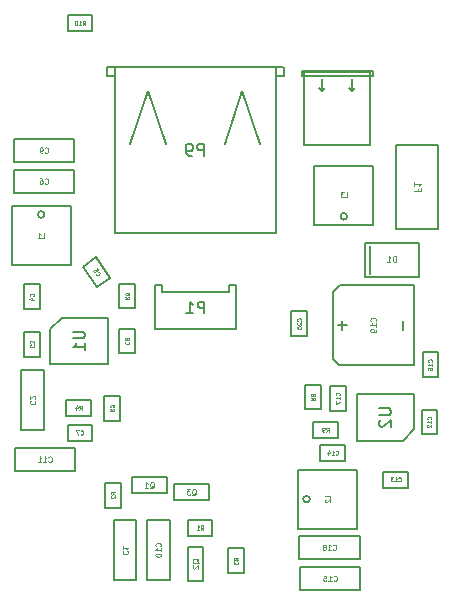
<source format=gbr>
G04 #@! TF.GenerationSoftware,KiCad,Pcbnew,(5.0.2)-1*
G04 #@! TF.CreationDate,2019-05-03T15:30:51-04:00*
G04 #@! TF.ProjectId,TrafMasterV1,54726166-4d61-4737-9465-7256312e6b69,V1*
G04 #@! TF.SameCoordinates,Original*
G04 #@! TF.FileFunction,Other,Fab,Bot*
%FSLAX46Y46*%
G04 Gerber Fmt 4.6, Leading zero omitted, Abs format (unit mm)*
G04 Created by KiCad (PCBNEW (5.0.2)-1) date 5/3/2019 3:30:51 PM*
%MOMM*%
%LPD*%
G01*
G04 APERTURE LIST*
%ADD10C,0.150000*%
%ADD11C,0.075000*%
%ADD12C,0.100000*%
%ADD13C,0.125000*%
%ADD14C,0.082500*%
G04 APERTURE END LIST*
D10*
G04 #@! TO.C,C14*
X46246760Y-53462560D02*
X44146760Y-53462560D01*
X46246760Y-54812560D02*
X44146760Y-54812560D01*
X46246760Y-54812560D02*
X46246760Y-53462560D01*
X44146760Y-54812560D02*
X44146760Y-53462560D01*
G04 #@! TO.C,U2*
X51104460Y-53085280D02*
X52104460Y-52085280D01*
X47204460Y-53085280D02*
X51104460Y-53085280D01*
X47204460Y-49185280D02*
X47204460Y-53085280D01*
X52104460Y-49185280D02*
X47204460Y-49185280D01*
X52104460Y-52085280D02*
X52104460Y-49185280D01*
G04 #@! TO.C,D1*
X48378500Y-36582500D02*
X48378500Y-38982500D01*
X47938500Y-36322500D02*
X52518500Y-36322500D01*
X47938500Y-39242500D02*
X52518500Y-39242500D01*
X47938500Y-36322500D02*
X47938500Y-39242500D01*
X52518500Y-36322500D02*
X52518500Y-39242500D01*
G04 #@! TO.C,C19*
X45841000Y-39907000D02*
X52041000Y-39907000D01*
X45741000Y-46707000D02*
X52041000Y-46707000D01*
X52041000Y-39907000D02*
X52041000Y-46707000D01*
X45241000Y-40507000D02*
X45241000Y-46207000D01*
X45841000Y-39907000D02*
X45241000Y-40507000D01*
X45241000Y-46207000D02*
X45741000Y-46707000D01*
G04 #@! TO.C,P9*
X41040700Y-21421900D02*
X41040700Y-22221900D01*
X40990700Y-22221900D02*
X40340700Y-22221900D01*
X26040700Y-21421900D02*
X26040700Y-22221900D01*
X26740700Y-22221900D02*
X26090700Y-22221900D01*
X40990700Y-21421900D02*
X26090700Y-21421900D01*
X37540700Y-23521900D02*
X36040700Y-28021900D01*
X37540700Y-23521900D02*
X39040700Y-28021900D01*
X29540700Y-23521900D02*
X31040700Y-28021900D01*
X29540700Y-23521900D02*
X28040700Y-28021900D01*
X26740700Y-35521900D02*
X40340700Y-35521900D01*
X40340700Y-35521900D02*
X40340700Y-21421900D01*
X26740700Y-35521900D02*
X26740700Y-21421900D01*
G04 #@! TO.C,C16*
X52786920Y-45614880D02*
X52786920Y-47714880D01*
X54136920Y-45614880D02*
X54136920Y-47714880D01*
X54136920Y-45614880D02*
X52786920Y-45614880D01*
X54136920Y-47714880D02*
X52786920Y-47714880D01*
G04 #@! TO.C,C13*
X49470600Y-57068080D02*
X51570600Y-57068080D01*
X49470600Y-55718080D02*
X51570600Y-55718080D01*
X49470600Y-55718080D02*
X49470600Y-57068080D01*
X51570600Y-55718080D02*
X51570600Y-57068080D01*
G04 #@! TO.C,C12*
X52705640Y-50474880D02*
X52705640Y-52574880D01*
X54055640Y-50474880D02*
X54055640Y-52574880D01*
X54055640Y-50474880D02*
X52705640Y-50474880D01*
X54055640Y-52574880D02*
X52705640Y-52574880D01*
G04 #@! TO.C,C17*
X44953560Y-48444440D02*
X44953560Y-50544440D01*
X46303560Y-48444440D02*
X46303560Y-50544440D01*
X46303560Y-48444440D02*
X44953560Y-48444440D01*
X46303560Y-50544440D02*
X44953560Y-50544440D01*
G04 #@! TO.C,R9*
X45621920Y-51506760D02*
X43521920Y-51506760D01*
X45621920Y-52856760D02*
X43521920Y-52856760D01*
X45621920Y-52856760D02*
X45621920Y-51506760D01*
X43521920Y-52856760D02*
X43521920Y-51506760D01*
G04 #@! TO.C,L2*
X43247803Y-58049160D02*
G75*
G03X43247803Y-58049160I-282843J0D01*
G01*
X42264960Y-60549160D02*
X42264960Y-55549160D01*
X47264960Y-60549160D02*
X42264960Y-60549160D01*
X47264960Y-55549160D02*
X47264960Y-60549160D01*
X42264960Y-55549160D02*
X47264960Y-55549160D01*
G04 #@! TO.C,R8*
X44185200Y-50458080D02*
X44185200Y-48358080D01*
X42835200Y-50458080D02*
X42835200Y-48358080D01*
X42835200Y-50458080D02*
X44185200Y-50458080D01*
X42835200Y-48358080D02*
X44185200Y-48358080D01*
G04 #@! TO.C,C18*
X47472440Y-63093640D02*
X42372440Y-63093640D01*
X42372440Y-63093640D02*
X42372440Y-61193640D01*
X42372440Y-61193640D02*
X47472440Y-61193640D01*
X47472440Y-61193640D02*
X47472440Y-63093640D01*
G04 #@! TO.C,C15*
X47513080Y-65714920D02*
X42413080Y-65714920D01*
X42413080Y-65714920D02*
X42413080Y-63814920D01*
X42413080Y-63814920D02*
X47513080Y-63814920D01*
X47513080Y-63814920D02*
X47513080Y-65714920D01*
G04 #@! TO.C,C11*
X18278000Y-53736200D02*
X23378000Y-53736200D01*
X23378000Y-53736200D02*
X23378000Y-55636200D01*
X23378000Y-55636200D02*
X18278000Y-55636200D01*
X18278000Y-55636200D02*
X18278000Y-53736200D01*
G04 #@! TO.C,U1*
X22286300Y-42677800D02*
X21286300Y-43677800D01*
X26186300Y-42677800D02*
X22286300Y-42677800D01*
X26186300Y-46577800D02*
X26186300Y-42677800D01*
X21286300Y-46577800D02*
X26186300Y-46577800D01*
X21286300Y-43677800D02*
X21286300Y-46577800D01*
G04 #@! TO.C,C5*
X26331663Y-39304466D02*
X25127152Y-37584246D01*
X25225808Y-40078794D02*
X24021297Y-38358574D01*
X25225808Y-40078794D02*
X26331663Y-39304466D01*
X24021297Y-38358574D02*
X25127152Y-37584246D01*
G04 #@! TO.C,R1*
X34994180Y-59794700D02*
X32894180Y-59794700D01*
X34994180Y-61144700D02*
X32894180Y-61144700D01*
X34994180Y-61144700D02*
X34994180Y-59794700D01*
X32894180Y-61144700D02*
X32894180Y-59794700D01*
G04 #@! TO.C,P1*
X30170800Y-39928000D02*
X30170800Y-43628000D01*
X30770800Y-39928000D02*
X30170800Y-39928000D01*
X30770800Y-40028000D02*
X30770800Y-39928000D01*
X30770800Y-40528000D02*
X30770800Y-40028000D01*
X36370800Y-40528000D02*
X30770800Y-40528000D01*
X36370800Y-39928000D02*
X36370800Y-40528000D01*
X36970800Y-39928000D02*
X36370800Y-39928000D01*
X36970800Y-43628000D02*
X36970800Y-39928000D01*
X36970800Y-43628000D02*
X30170800Y-43628000D01*
G04 #@! TO.C,C1*
X26644180Y-64924700D02*
X26644180Y-59824700D01*
X26644180Y-59824700D02*
X28544180Y-59824700D01*
X28544180Y-59824700D02*
X28544180Y-64924700D01*
X28544180Y-64924700D02*
X26644180Y-64924700D01*
G04 #@! TO.C,C2*
X18811200Y-52207000D02*
X18811200Y-47107000D01*
X18811200Y-47107000D02*
X20711200Y-47107000D01*
X20711200Y-47107000D02*
X20711200Y-52207000D01*
X20711200Y-52207000D02*
X18811200Y-52207000D01*
G04 #@! TO.C,Q1*
X31112120Y-56205360D02*
X31112120Y-57505360D01*
X31112120Y-57505360D02*
X28212120Y-57505360D01*
X28212120Y-56205360D02*
X28212120Y-57505360D01*
X31112120Y-56205360D02*
X28212120Y-56205360D01*
G04 #@! TO.C,Q2*
X34238580Y-64967700D02*
X32938580Y-64967700D01*
X32938580Y-64967700D02*
X32938580Y-62067700D01*
X34238580Y-62067700D02*
X32938580Y-62067700D01*
X34238580Y-64967700D02*
X34238580Y-62067700D01*
G04 #@! TO.C,Q3*
X34682980Y-56797100D02*
X34682980Y-58097100D01*
X34682980Y-58097100D02*
X31782980Y-58097100D01*
X31782980Y-56797100D02*
X31782980Y-58097100D01*
X34682980Y-56797100D02*
X31782980Y-56797100D01*
G04 #@! TO.C,R2*
X25923880Y-56663880D02*
X25923880Y-58763880D01*
X27273880Y-56663880D02*
X27273880Y-58763880D01*
X27273880Y-56663880D02*
X25923880Y-56663880D01*
X27273880Y-58763880D02*
X25923880Y-58763880D01*
G04 #@! TO.C,R3*
X36317180Y-62213700D02*
X36317180Y-64313700D01*
X37667180Y-62213700D02*
X37667180Y-64313700D01*
X37667180Y-62213700D02*
X36317180Y-62213700D01*
X37667180Y-64313700D02*
X36317180Y-64313700D01*
G04 #@! TO.C,P8*
X42554900Y-21793600D02*
X48554900Y-21793600D01*
X48554900Y-22243600D02*
X48554900Y-21793600D01*
X42554900Y-22243600D02*
X48554900Y-22243600D01*
X42554900Y-21793600D02*
X42554900Y-22243600D01*
X46804900Y-23493600D02*
X46554900Y-23243600D01*
X46804900Y-23493600D02*
X47054900Y-23243600D01*
X46804900Y-22493600D02*
X46804900Y-23493600D01*
X44304900Y-23493600D02*
X44554900Y-23243600D01*
X44304900Y-23493600D02*
X44054900Y-23243600D01*
X44304900Y-22493600D02*
X44304900Y-23493600D01*
X42784900Y-21893600D02*
X48324900Y-21893600D01*
X42784900Y-21893600D02*
X42784900Y-28093600D01*
X48324900Y-21893600D02*
X48324900Y-28093600D01*
X42784900Y-28093600D02*
X48324900Y-28093600D01*
G04 #@! TO.C,C6*
X18176400Y-30190400D02*
X23276400Y-30190400D01*
X23276400Y-30190400D02*
X23276400Y-32090400D01*
X23276400Y-32090400D02*
X18176400Y-32090400D01*
X18176400Y-32090400D02*
X18176400Y-30190400D01*
G04 #@! TO.C,C9*
X18176400Y-27574200D02*
X23276400Y-27574200D01*
X23276400Y-27574200D02*
X23276400Y-29474200D01*
X23276400Y-29474200D02*
X18176400Y-29474200D01*
X18176400Y-29474200D02*
X18176400Y-27574200D01*
G04 #@! TO.C,C10*
X31376280Y-59786600D02*
X31376280Y-64886600D01*
X31376280Y-64886600D02*
X29476280Y-64886600D01*
X29476280Y-64886600D02*
X29476280Y-59786600D01*
X29476280Y-59786600D02*
X31376280Y-59786600D01*
G04 #@! TO.C,L1*
X20780643Y-33947600D02*
G75*
G03X20780643Y-33947600I-282843J0D01*
G01*
X17997800Y-33247600D02*
X22997800Y-33247600D01*
X17997800Y-38247600D02*
X17997800Y-33247600D01*
X22997800Y-38247600D02*
X17997800Y-38247600D01*
X22997800Y-33247600D02*
X22997800Y-38247600D01*
G04 #@! TO.C,R4*
X24722800Y-49642400D02*
X22622800Y-49642400D01*
X24722800Y-50992400D02*
X22622800Y-50992400D01*
X24722800Y-50992400D02*
X24722800Y-49642400D01*
X22622800Y-50992400D02*
X22622800Y-49642400D01*
G04 #@! TO.C,R5*
X27192600Y-51392800D02*
X27192600Y-49292800D01*
X25842600Y-51392800D02*
X25842600Y-49292800D01*
X25842600Y-51392800D02*
X27192600Y-51392800D01*
X25842600Y-49292800D02*
X27192600Y-49292800D01*
G04 #@! TO.C,C3*
X20398100Y-45982600D02*
X20398100Y-43882600D01*
X19048100Y-45982600D02*
X19048100Y-43882600D01*
X19048100Y-45982600D02*
X20398100Y-45982600D01*
X19048100Y-43882600D02*
X20398100Y-43882600D01*
G04 #@! TO.C,C4*
X19035400Y-39869400D02*
X19035400Y-41969400D01*
X20385400Y-39869400D02*
X20385400Y-41969400D01*
X20385400Y-39869400D02*
X19035400Y-39869400D01*
X20385400Y-41969400D02*
X19035400Y-41969400D01*
G04 #@! TO.C,C7*
X22733000Y-53100600D02*
X24833000Y-53100600D01*
X22733000Y-51750600D02*
X24833000Y-51750600D01*
X22733000Y-51750600D02*
X22733000Y-53100600D01*
X24833000Y-51750600D02*
X24833000Y-53100600D01*
G04 #@! TO.C,C8*
X28437200Y-45703200D02*
X28437200Y-43603200D01*
X27087200Y-45703200D02*
X27087200Y-43603200D01*
X27087200Y-45703200D02*
X28437200Y-45703200D01*
X27087200Y-43603200D02*
X28437200Y-43603200D01*
G04 #@! TO.C,R6*
X28462600Y-41905900D02*
X28462600Y-39805900D01*
X27112600Y-41905900D02*
X27112600Y-39805900D01*
X27112600Y-41905900D02*
X28462600Y-41905900D01*
X27112600Y-39805900D02*
X28462600Y-39805900D01*
G04 #@! TO.C,F1*
X50578000Y-35150000D02*
X50578000Y-28050000D01*
X50578000Y-28050000D02*
X54128000Y-28050000D01*
X54128000Y-28050000D02*
X54128000Y-35150000D01*
X54128000Y-35150000D02*
X50578000Y-35150000D01*
G04 #@! TO.C,L3*
X46410843Y-34100000D02*
G75*
G03X46410843Y-34100000I-282843J0D01*
G01*
X48628000Y-34800000D02*
X43628000Y-34800000D01*
X48628000Y-29800000D02*
X48628000Y-34800000D01*
X43628000Y-29800000D02*
X48628000Y-29800000D01*
X43628000Y-34800000D02*
X43628000Y-29800000D01*
G04 #@! TO.C,R10*
X24844720Y-17049120D02*
X22744720Y-17049120D01*
X24844720Y-18399120D02*
X22744720Y-18399120D01*
X24844720Y-18399120D02*
X24844720Y-17049120D01*
X22744720Y-18399120D02*
X22744720Y-17049120D01*
G04 #@! TO.C,C20*
X41692200Y-42131560D02*
X41692200Y-44231560D01*
X43042200Y-42131560D02*
X43042200Y-44231560D01*
X43042200Y-42131560D02*
X41692200Y-42131560D01*
X43042200Y-44231560D02*
X41692200Y-44231560D01*
G04 #@! TD*
G04 #@! TO.C,C14*
D11*
X45421760Y-54262560D02*
X45438426Y-54279226D01*
X45488426Y-54295893D01*
X45521760Y-54295893D01*
X45571760Y-54279226D01*
X45605093Y-54245893D01*
X45621760Y-54212560D01*
X45638426Y-54145893D01*
X45638426Y-54095893D01*
X45621760Y-54029226D01*
X45605093Y-53995893D01*
X45571760Y-53962560D01*
X45521760Y-53945893D01*
X45488426Y-53945893D01*
X45438426Y-53962560D01*
X45421760Y-53979226D01*
X45088426Y-54295893D02*
X45288426Y-54295893D01*
X45188426Y-54295893D02*
X45188426Y-53945893D01*
X45221760Y-53995893D01*
X45255093Y-54029226D01*
X45288426Y-54045893D01*
X44788426Y-54062560D02*
X44788426Y-54295893D01*
X44871760Y-53929226D02*
X44955093Y-54179226D01*
X44738426Y-54179226D01*
G04 #@! TO.C,U2*
D10*
X49106840Y-50373375D02*
X49916364Y-50373375D01*
X50011602Y-50420994D01*
X50059221Y-50468613D01*
X50106840Y-50563851D01*
X50106840Y-50754327D01*
X50059221Y-50849565D01*
X50011602Y-50897184D01*
X49916364Y-50944803D01*
X49106840Y-50944803D01*
X49202079Y-51373375D02*
X49154460Y-51420994D01*
X49106840Y-51516232D01*
X49106840Y-51754327D01*
X49154460Y-51849565D01*
X49202079Y-51897184D01*
X49297317Y-51944803D01*
X49392555Y-51944803D01*
X49535412Y-51897184D01*
X50106840Y-51325756D01*
X50106840Y-51944803D01*
G04 #@! TO.C,D1*
D12*
X50547547Y-37958690D02*
X50547547Y-37458690D01*
X50428500Y-37458690D01*
X50357071Y-37482500D01*
X50309452Y-37530119D01*
X50285642Y-37577738D01*
X50261833Y-37672976D01*
X50261833Y-37744404D01*
X50285642Y-37839642D01*
X50309452Y-37887261D01*
X50357071Y-37934880D01*
X50428500Y-37958690D01*
X50547547Y-37958690D01*
X49785642Y-37958690D02*
X50071357Y-37958690D01*
X49928500Y-37958690D02*
X49928500Y-37458690D01*
X49976119Y-37530119D01*
X50023738Y-37577738D01*
X50071357Y-37601547D01*
G04 #@! TO.C,C19*
D10*
X51112428Y-42926047D02*
X51112428Y-43687952D01*
D13*
X48819571Y-42985571D02*
X48843380Y-42961761D01*
X48867190Y-42890333D01*
X48867190Y-42842714D01*
X48843380Y-42771285D01*
X48795761Y-42723666D01*
X48748142Y-42699857D01*
X48652904Y-42676047D01*
X48581476Y-42676047D01*
X48486238Y-42699857D01*
X48438619Y-42723666D01*
X48391000Y-42771285D01*
X48367190Y-42842714D01*
X48367190Y-42890333D01*
X48391000Y-42961761D01*
X48414809Y-42985571D01*
X48867190Y-43461761D02*
X48867190Y-43176047D01*
X48867190Y-43318904D02*
X48367190Y-43318904D01*
X48438619Y-43271285D01*
X48486238Y-43223666D01*
X48510047Y-43176047D01*
X48867190Y-43699857D02*
X48867190Y-43795095D01*
X48843380Y-43842714D01*
X48819571Y-43866523D01*
X48748142Y-43914142D01*
X48652904Y-43937952D01*
X48462428Y-43937952D01*
X48414809Y-43914142D01*
X48391000Y-43890333D01*
X48367190Y-43842714D01*
X48367190Y-43747476D01*
X48391000Y-43699857D01*
X48414809Y-43676047D01*
X48462428Y-43652238D01*
X48581476Y-43652238D01*
X48629095Y-43676047D01*
X48652904Y-43699857D01*
X48676714Y-43747476D01*
X48676714Y-43842714D01*
X48652904Y-43890333D01*
X48629095Y-43914142D01*
X48581476Y-43937952D01*
D10*
X46012428Y-42926047D02*
X46012428Y-43687952D01*
X46393380Y-43307000D02*
X45631476Y-43307000D01*
G04 #@! TO.C,P9*
X34278795Y-28974280D02*
X34278795Y-27974280D01*
X33897842Y-27974280D01*
X33802604Y-28021900D01*
X33754985Y-28069519D01*
X33707366Y-28164757D01*
X33707366Y-28307614D01*
X33754985Y-28402852D01*
X33802604Y-28450471D01*
X33897842Y-28498090D01*
X34278795Y-28498090D01*
X33231176Y-28974280D02*
X33040700Y-28974280D01*
X32945461Y-28926661D01*
X32897842Y-28879042D01*
X32802604Y-28736185D01*
X32754985Y-28545709D01*
X32754985Y-28164757D01*
X32802604Y-28069519D01*
X32850223Y-28021900D01*
X32945461Y-27974280D01*
X33135938Y-27974280D01*
X33231176Y-28021900D01*
X33278795Y-28069519D01*
X33326414Y-28164757D01*
X33326414Y-28402852D01*
X33278795Y-28498090D01*
X33231176Y-28545709D01*
X33135938Y-28593328D01*
X32945461Y-28593328D01*
X32850223Y-28545709D01*
X32802604Y-28498090D01*
X32754985Y-28402852D01*
G04 #@! TO.C,C16*
D11*
X53586920Y-46439880D02*
X53603586Y-46423213D01*
X53620253Y-46373213D01*
X53620253Y-46339880D01*
X53603586Y-46289880D01*
X53570253Y-46256546D01*
X53536920Y-46239880D01*
X53470253Y-46223213D01*
X53420253Y-46223213D01*
X53353586Y-46239880D01*
X53320253Y-46256546D01*
X53286920Y-46289880D01*
X53270253Y-46339880D01*
X53270253Y-46373213D01*
X53286920Y-46423213D01*
X53303586Y-46439880D01*
X53620253Y-46773213D02*
X53620253Y-46573213D01*
X53620253Y-46673213D02*
X53270253Y-46673213D01*
X53320253Y-46639880D01*
X53353586Y-46606546D01*
X53370253Y-46573213D01*
X53270253Y-47073213D02*
X53270253Y-47006546D01*
X53286920Y-46973213D01*
X53303586Y-46956546D01*
X53353586Y-46923213D01*
X53420253Y-46906546D01*
X53553586Y-46906546D01*
X53586920Y-46923213D01*
X53603586Y-46939880D01*
X53620253Y-46973213D01*
X53620253Y-47039880D01*
X53603586Y-47073213D01*
X53586920Y-47089880D01*
X53553586Y-47106546D01*
X53470253Y-47106546D01*
X53436920Y-47089880D01*
X53420253Y-47073213D01*
X53403586Y-47039880D01*
X53403586Y-46973213D01*
X53420253Y-46939880D01*
X53436920Y-46923213D01*
X53470253Y-46906546D01*
G04 #@! TO.C,C13*
X50745600Y-56518080D02*
X50762266Y-56534746D01*
X50812266Y-56551413D01*
X50845600Y-56551413D01*
X50895600Y-56534746D01*
X50928933Y-56501413D01*
X50945600Y-56468080D01*
X50962266Y-56401413D01*
X50962266Y-56351413D01*
X50945600Y-56284746D01*
X50928933Y-56251413D01*
X50895600Y-56218080D01*
X50845600Y-56201413D01*
X50812266Y-56201413D01*
X50762266Y-56218080D01*
X50745600Y-56234746D01*
X50412266Y-56551413D02*
X50612266Y-56551413D01*
X50512266Y-56551413D02*
X50512266Y-56201413D01*
X50545600Y-56251413D01*
X50578933Y-56284746D01*
X50612266Y-56301413D01*
X50295600Y-56201413D02*
X50078933Y-56201413D01*
X50195600Y-56334746D01*
X50145600Y-56334746D01*
X50112266Y-56351413D01*
X50095600Y-56368080D01*
X50078933Y-56401413D01*
X50078933Y-56484746D01*
X50095600Y-56518080D01*
X50112266Y-56534746D01*
X50145600Y-56551413D01*
X50245600Y-56551413D01*
X50278933Y-56534746D01*
X50295600Y-56518080D01*
G04 #@! TO.C,C12*
X53505640Y-51299880D02*
X53522306Y-51283213D01*
X53538973Y-51233213D01*
X53538973Y-51199880D01*
X53522306Y-51149880D01*
X53488973Y-51116546D01*
X53455640Y-51099880D01*
X53388973Y-51083213D01*
X53338973Y-51083213D01*
X53272306Y-51099880D01*
X53238973Y-51116546D01*
X53205640Y-51149880D01*
X53188973Y-51199880D01*
X53188973Y-51233213D01*
X53205640Y-51283213D01*
X53222306Y-51299880D01*
X53538973Y-51633213D02*
X53538973Y-51433213D01*
X53538973Y-51533213D02*
X53188973Y-51533213D01*
X53238973Y-51499880D01*
X53272306Y-51466546D01*
X53288973Y-51433213D01*
X53222306Y-51766546D02*
X53205640Y-51783213D01*
X53188973Y-51816546D01*
X53188973Y-51899880D01*
X53205640Y-51933213D01*
X53222306Y-51949880D01*
X53255640Y-51966546D01*
X53288973Y-51966546D01*
X53338973Y-51949880D01*
X53538973Y-51749880D01*
X53538973Y-51966546D01*
G04 #@! TO.C,C17*
X45753560Y-49269440D02*
X45770226Y-49252773D01*
X45786893Y-49202773D01*
X45786893Y-49169440D01*
X45770226Y-49119440D01*
X45736893Y-49086106D01*
X45703560Y-49069440D01*
X45636893Y-49052773D01*
X45586893Y-49052773D01*
X45520226Y-49069440D01*
X45486893Y-49086106D01*
X45453560Y-49119440D01*
X45436893Y-49169440D01*
X45436893Y-49202773D01*
X45453560Y-49252773D01*
X45470226Y-49269440D01*
X45786893Y-49602773D02*
X45786893Y-49402773D01*
X45786893Y-49502773D02*
X45436893Y-49502773D01*
X45486893Y-49469440D01*
X45520226Y-49436106D01*
X45536893Y-49402773D01*
X45436893Y-49719440D02*
X45436893Y-49952773D01*
X45786893Y-49802773D01*
G04 #@! TO.C,R9*
X44630253Y-52340093D02*
X44746920Y-52173426D01*
X44830253Y-52340093D02*
X44830253Y-51990093D01*
X44696920Y-51990093D01*
X44663586Y-52006760D01*
X44646920Y-52023426D01*
X44630253Y-52056760D01*
X44630253Y-52106760D01*
X44646920Y-52140093D01*
X44663586Y-52156760D01*
X44696920Y-52173426D01*
X44830253Y-52173426D01*
X44463586Y-52340093D02*
X44396920Y-52340093D01*
X44363586Y-52323426D01*
X44346920Y-52306760D01*
X44313586Y-52256760D01*
X44296920Y-52190093D01*
X44296920Y-52056760D01*
X44313586Y-52023426D01*
X44330253Y-52006760D01*
X44363586Y-51990093D01*
X44430253Y-51990093D01*
X44463586Y-52006760D01*
X44480253Y-52023426D01*
X44496920Y-52056760D01*
X44496920Y-52140093D01*
X44480253Y-52173426D01*
X44463586Y-52190093D01*
X44430253Y-52206760D01*
X44363586Y-52206760D01*
X44330253Y-52190093D01*
X44313586Y-52173426D01*
X44296920Y-52140093D01*
G04 #@! TO.C,L2*
D12*
X44945912Y-57982493D02*
X44945912Y-57792017D01*
X44545912Y-57792017D01*
X44584007Y-58096779D02*
X44564960Y-58115826D01*
X44545912Y-58153921D01*
X44545912Y-58249160D01*
X44564960Y-58287255D01*
X44584007Y-58306302D01*
X44622102Y-58325350D01*
X44660198Y-58325350D01*
X44717340Y-58306302D01*
X44945912Y-58077731D01*
X44945912Y-58325350D01*
G04 #@! TO.C,R8*
D11*
X43351866Y-49466413D02*
X43518533Y-49583080D01*
X43351866Y-49666413D02*
X43701866Y-49666413D01*
X43701866Y-49533080D01*
X43685200Y-49499746D01*
X43668533Y-49483080D01*
X43635200Y-49466413D01*
X43585200Y-49466413D01*
X43551866Y-49483080D01*
X43535200Y-49499746D01*
X43518533Y-49533080D01*
X43518533Y-49666413D01*
X43551866Y-49266413D02*
X43568533Y-49299746D01*
X43585200Y-49316413D01*
X43618533Y-49333080D01*
X43635200Y-49333080D01*
X43668533Y-49316413D01*
X43685200Y-49299746D01*
X43701866Y-49266413D01*
X43701866Y-49199746D01*
X43685200Y-49166413D01*
X43668533Y-49149746D01*
X43635200Y-49133080D01*
X43618533Y-49133080D01*
X43585200Y-49149746D01*
X43568533Y-49166413D01*
X43551866Y-49199746D01*
X43551866Y-49266413D01*
X43535200Y-49299746D01*
X43518533Y-49316413D01*
X43485200Y-49333080D01*
X43418533Y-49333080D01*
X43385200Y-49316413D01*
X43368533Y-49299746D01*
X43351866Y-49266413D01*
X43351866Y-49199746D01*
X43368533Y-49166413D01*
X43385200Y-49149746D01*
X43418533Y-49133080D01*
X43485200Y-49133080D01*
X43518533Y-49149746D01*
X43535200Y-49166413D01*
X43551866Y-49199746D01*
G04 #@! TO.C,C18*
D14*
X45214940Y-62306140D02*
X45236606Y-62327806D01*
X45301606Y-62349473D01*
X45344940Y-62349473D01*
X45409940Y-62327806D01*
X45453273Y-62284473D01*
X45474940Y-62241140D01*
X45496606Y-62154473D01*
X45496606Y-62089473D01*
X45474940Y-62002806D01*
X45453273Y-61959473D01*
X45409940Y-61916140D01*
X45344940Y-61894473D01*
X45301606Y-61894473D01*
X45236606Y-61916140D01*
X45214940Y-61937806D01*
X44781606Y-62349473D02*
X45041606Y-62349473D01*
X44911606Y-62349473D02*
X44911606Y-61894473D01*
X44954940Y-61959473D01*
X44998273Y-62002806D01*
X45041606Y-62024473D01*
X44521606Y-62089473D02*
X44564940Y-62067806D01*
X44586606Y-62046140D01*
X44608273Y-62002806D01*
X44608273Y-61981140D01*
X44586606Y-61937806D01*
X44564940Y-61916140D01*
X44521606Y-61894473D01*
X44434940Y-61894473D01*
X44391606Y-61916140D01*
X44369940Y-61937806D01*
X44348273Y-61981140D01*
X44348273Y-62002806D01*
X44369940Y-62046140D01*
X44391606Y-62067806D01*
X44434940Y-62089473D01*
X44521606Y-62089473D01*
X44564940Y-62111140D01*
X44586606Y-62132806D01*
X44608273Y-62176140D01*
X44608273Y-62262806D01*
X44586606Y-62306140D01*
X44564940Y-62327806D01*
X44521606Y-62349473D01*
X44434940Y-62349473D01*
X44391606Y-62327806D01*
X44369940Y-62306140D01*
X44348273Y-62262806D01*
X44348273Y-62176140D01*
X44369940Y-62132806D01*
X44391606Y-62111140D01*
X44434940Y-62089473D01*
G04 #@! TO.C,C15*
X45255580Y-64927420D02*
X45277246Y-64949086D01*
X45342246Y-64970753D01*
X45385580Y-64970753D01*
X45450580Y-64949086D01*
X45493913Y-64905753D01*
X45515580Y-64862420D01*
X45537246Y-64775753D01*
X45537246Y-64710753D01*
X45515580Y-64624086D01*
X45493913Y-64580753D01*
X45450580Y-64537420D01*
X45385580Y-64515753D01*
X45342246Y-64515753D01*
X45277246Y-64537420D01*
X45255580Y-64559086D01*
X44822246Y-64970753D02*
X45082246Y-64970753D01*
X44952246Y-64970753D02*
X44952246Y-64515753D01*
X44995580Y-64580753D01*
X45038913Y-64624086D01*
X45082246Y-64645753D01*
X44410580Y-64515753D02*
X44627246Y-64515753D01*
X44648913Y-64732420D01*
X44627246Y-64710753D01*
X44583913Y-64689086D01*
X44475580Y-64689086D01*
X44432246Y-64710753D01*
X44410580Y-64732420D01*
X44388913Y-64775753D01*
X44388913Y-64884086D01*
X44410580Y-64927420D01*
X44432246Y-64949086D01*
X44475580Y-64970753D01*
X44583913Y-64970753D01*
X44627246Y-64949086D01*
X44648913Y-64927420D01*
G04 #@! TO.C,C11*
X21120500Y-54848700D02*
X21142166Y-54870366D01*
X21207166Y-54892033D01*
X21250500Y-54892033D01*
X21315500Y-54870366D01*
X21358833Y-54827033D01*
X21380500Y-54783700D01*
X21402166Y-54697033D01*
X21402166Y-54632033D01*
X21380500Y-54545366D01*
X21358833Y-54502033D01*
X21315500Y-54458700D01*
X21250500Y-54437033D01*
X21207166Y-54437033D01*
X21142166Y-54458700D01*
X21120500Y-54480366D01*
X20687166Y-54892033D02*
X20947166Y-54892033D01*
X20817166Y-54892033D02*
X20817166Y-54437033D01*
X20860500Y-54502033D01*
X20903833Y-54545366D01*
X20947166Y-54567033D01*
X20253833Y-54892033D02*
X20513833Y-54892033D01*
X20383833Y-54892033D02*
X20383833Y-54437033D01*
X20427166Y-54502033D01*
X20470500Y-54545366D01*
X20513833Y-54567033D01*
G04 #@! TO.C,U1*
D10*
X23188680Y-43865895D02*
X23998204Y-43865895D01*
X24093442Y-43913514D01*
X24141061Y-43961133D01*
X24188680Y-44056371D01*
X24188680Y-44246847D01*
X24141061Y-44342085D01*
X24093442Y-44389704D01*
X23998204Y-44437323D01*
X23188680Y-44437323D01*
X24188680Y-45437323D02*
X24188680Y-44865895D01*
X24188680Y-45151609D02*
X23188680Y-45151609D01*
X23331538Y-45056371D01*
X23426776Y-44961133D01*
X23474395Y-44865895D01*
G04 #@! TO.C,C5*
D11*
X25107544Y-38951000D02*
X25103451Y-38974213D01*
X25118477Y-39024730D01*
X25137597Y-39052035D01*
X25179928Y-39083433D01*
X25226352Y-39091619D01*
X25263217Y-39086152D01*
X25327387Y-39061566D01*
X25368344Y-39032887D01*
X25413395Y-38980996D01*
X25431140Y-38948225D01*
X25439326Y-38901800D01*
X25424300Y-38851283D01*
X25405181Y-38823978D01*
X25362849Y-38792580D01*
X25339637Y-38788487D01*
X25185310Y-38509970D02*
X25280906Y-38646495D01*
X25153940Y-38755744D01*
X25158033Y-38732532D01*
X25152566Y-38695667D01*
X25104768Y-38627404D01*
X25071997Y-38609659D01*
X25048784Y-38605566D01*
X25011920Y-38611032D01*
X24943657Y-38658831D01*
X24925912Y-38691602D01*
X24921819Y-38714814D01*
X24927285Y-38751679D01*
X24975083Y-38819942D01*
X25007855Y-38837687D01*
X25031067Y-38841780D01*
G04 #@! TO.C,R1*
X34002513Y-60628033D02*
X34119180Y-60461366D01*
X34202513Y-60628033D02*
X34202513Y-60278033D01*
X34069180Y-60278033D01*
X34035846Y-60294700D01*
X34019180Y-60311366D01*
X34002513Y-60344700D01*
X34002513Y-60394700D01*
X34019180Y-60428033D01*
X34035846Y-60444700D01*
X34069180Y-60461366D01*
X34202513Y-60461366D01*
X33669180Y-60628033D02*
X33869180Y-60628033D01*
X33769180Y-60628033D02*
X33769180Y-60278033D01*
X33802513Y-60328033D01*
X33835846Y-60361366D01*
X33869180Y-60378033D01*
G04 #@! TO.C,P1*
D10*
X34308895Y-42330380D02*
X34308895Y-41330380D01*
X33927942Y-41330380D01*
X33832704Y-41378000D01*
X33785085Y-41425619D01*
X33737466Y-41520857D01*
X33737466Y-41663714D01*
X33785085Y-41758952D01*
X33832704Y-41806571D01*
X33927942Y-41854190D01*
X34308895Y-41854190D01*
X32785085Y-42330380D02*
X33356514Y-42330380D01*
X33070800Y-42330380D02*
X33070800Y-41330380D01*
X33166038Y-41473238D01*
X33261276Y-41568476D01*
X33356514Y-41616095D01*
G04 #@! TO.C,C1*
D14*
X27431680Y-62450533D02*
X27410013Y-62472200D01*
X27388346Y-62537200D01*
X27388346Y-62580533D01*
X27410013Y-62645533D01*
X27453346Y-62688866D01*
X27496680Y-62710533D01*
X27583346Y-62732200D01*
X27648346Y-62732200D01*
X27735013Y-62710533D01*
X27778346Y-62688866D01*
X27821680Y-62645533D01*
X27843346Y-62580533D01*
X27843346Y-62537200D01*
X27821680Y-62472200D01*
X27800013Y-62450533D01*
X27388346Y-62017200D02*
X27388346Y-62277200D01*
X27388346Y-62147200D02*
X27843346Y-62147200D01*
X27778346Y-62190533D01*
X27735013Y-62233866D01*
X27713346Y-62277200D01*
G04 #@! TO.C,C2*
X19598700Y-49732833D02*
X19577033Y-49754500D01*
X19555366Y-49819500D01*
X19555366Y-49862833D01*
X19577033Y-49927833D01*
X19620366Y-49971166D01*
X19663700Y-49992833D01*
X19750366Y-50014500D01*
X19815366Y-50014500D01*
X19902033Y-49992833D01*
X19945366Y-49971166D01*
X19988700Y-49927833D01*
X20010366Y-49862833D01*
X20010366Y-49819500D01*
X19988700Y-49754500D01*
X19967033Y-49732833D01*
X19967033Y-49559500D02*
X19988700Y-49537833D01*
X20010366Y-49494500D01*
X20010366Y-49386166D01*
X19988700Y-49342833D01*
X19967033Y-49321166D01*
X19923700Y-49299500D01*
X19880366Y-49299500D01*
X19815366Y-49321166D01*
X19555366Y-49581166D01*
X19555366Y-49299500D01*
G04 #@! TO.C,Q1*
D12*
X29709739Y-57129169D02*
X29757358Y-57105360D01*
X29804977Y-57057740D01*
X29876405Y-56986312D01*
X29924024Y-56962502D01*
X29971643Y-56962502D01*
X29947834Y-57081550D02*
X29995453Y-57057740D01*
X30043072Y-57010121D01*
X30066881Y-56914883D01*
X30066881Y-56748217D01*
X30043072Y-56652979D01*
X29995453Y-56605360D01*
X29947834Y-56581550D01*
X29852596Y-56581550D01*
X29804977Y-56605360D01*
X29757358Y-56652979D01*
X29733548Y-56748217D01*
X29733548Y-56914883D01*
X29757358Y-57010121D01*
X29804977Y-57057740D01*
X29852596Y-57081550D01*
X29947834Y-57081550D01*
X29257358Y-57081550D02*
X29543072Y-57081550D01*
X29400215Y-57081550D02*
X29400215Y-56581550D01*
X29447834Y-56652979D01*
X29495453Y-56700598D01*
X29543072Y-56724407D01*
G04 #@! TO.C,Q2*
X33862389Y-63470080D02*
X33838580Y-63422461D01*
X33790960Y-63374842D01*
X33719532Y-63303414D01*
X33695722Y-63255795D01*
X33695722Y-63208176D01*
X33814770Y-63231985D02*
X33790960Y-63184366D01*
X33743341Y-63136747D01*
X33648103Y-63112938D01*
X33481437Y-63112938D01*
X33386199Y-63136747D01*
X33338580Y-63184366D01*
X33314770Y-63231985D01*
X33314770Y-63327223D01*
X33338580Y-63374842D01*
X33386199Y-63422461D01*
X33481437Y-63446271D01*
X33648103Y-63446271D01*
X33743341Y-63422461D01*
X33790960Y-63374842D01*
X33814770Y-63327223D01*
X33814770Y-63231985D01*
X33362389Y-63636747D02*
X33338580Y-63660557D01*
X33314770Y-63708176D01*
X33314770Y-63827223D01*
X33338580Y-63874842D01*
X33362389Y-63898652D01*
X33410008Y-63922461D01*
X33457627Y-63922461D01*
X33529056Y-63898652D01*
X33814770Y-63612938D01*
X33814770Y-63922461D01*
G04 #@! TO.C,Q3*
X33280599Y-57720909D02*
X33328218Y-57697100D01*
X33375837Y-57649480D01*
X33447265Y-57578052D01*
X33494884Y-57554242D01*
X33542503Y-57554242D01*
X33518694Y-57673290D02*
X33566313Y-57649480D01*
X33613932Y-57601861D01*
X33637741Y-57506623D01*
X33637741Y-57339957D01*
X33613932Y-57244719D01*
X33566313Y-57197100D01*
X33518694Y-57173290D01*
X33423456Y-57173290D01*
X33375837Y-57197100D01*
X33328218Y-57244719D01*
X33304408Y-57339957D01*
X33304408Y-57506623D01*
X33328218Y-57601861D01*
X33375837Y-57649480D01*
X33423456Y-57673290D01*
X33518694Y-57673290D01*
X33137741Y-57173290D02*
X32828218Y-57173290D01*
X32994884Y-57363766D01*
X32923456Y-57363766D01*
X32875837Y-57387576D01*
X32852027Y-57411385D01*
X32828218Y-57459004D01*
X32828218Y-57578052D01*
X32852027Y-57625671D01*
X32875837Y-57649480D01*
X32923456Y-57673290D01*
X33066313Y-57673290D01*
X33113932Y-57649480D01*
X33137741Y-57625671D01*
G04 #@! TO.C,R2*
D11*
X26757213Y-57655546D02*
X26590546Y-57538880D01*
X26757213Y-57455546D02*
X26407213Y-57455546D01*
X26407213Y-57588880D01*
X26423880Y-57622213D01*
X26440546Y-57638880D01*
X26473880Y-57655546D01*
X26523880Y-57655546D01*
X26557213Y-57638880D01*
X26573880Y-57622213D01*
X26590546Y-57588880D01*
X26590546Y-57455546D01*
X26440546Y-57788880D02*
X26423880Y-57805546D01*
X26407213Y-57838880D01*
X26407213Y-57922213D01*
X26423880Y-57955546D01*
X26440546Y-57972213D01*
X26473880Y-57988880D01*
X26507213Y-57988880D01*
X26557213Y-57972213D01*
X26757213Y-57772213D01*
X26757213Y-57988880D01*
G04 #@! TO.C,R3*
X37150513Y-63205366D02*
X36983846Y-63088700D01*
X37150513Y-63005366D02*
X36800513Y-63005366D01*
X36800513Y-63138700D01*
X36817180Y-63172033D01*
X36833846Y-63188700D01*
X36867180Y-63205366D01*
X36917180Y-63205366D01*
X36950513Y-63188700D01*
X36967180Y-63172033D01*
X36983846Y-63138700D01*
X36983846Y-63005366D01*
X36800513Y-63322033D02*
X36800513Y-63538700D01*
X36933846Y-63422033D01*
X36933846Y-63472033D01*
X36950513Y-63505366D01*
X36967180Y-63522033D01*
X37000513Y-63538700D01*
X37083846Y-63538700D01*
X37117180Y-63522033D01*
X37133846Y-63505366D01*
X37150513Y-63472033D01*
X37150513Y-63372033D01*
X37133846Y-63338700D01*
X37117180Y-63322033D01*
G04 #@! TO.C,C6*
D14*
X20802233Y-31302900D02*
X20823900Y-31324566D01*
X20888900Y-31346233D01*
X20932233Y-31346233D01*
X20997233Y-31324566D01*
X21040566Y-31281233D01*
X21062233Y-31237900D01*
X21083900Y-31151233D01*
X21083900Y-31086233D01*
X21062233Y-30999566D01*
X21040566Y-30956233D01*
X20997233Y-30912900D01*
X20932233Y-30891233D01*
X20888900Y-30891233D01*
X20823900Y-30912900D01*
X20802233Y-30934566D01*
X20412233Y-30891233D02*
X20498900Y-30891233D01*
X20542233Y-30912900D01*
X20563900Y-30934566D01*
X20607233Y-30999566D01*
X20628900Y-31086233D01*
X20628900Y-31259566D01*
X20607233Y-31302900D01*
X20585566Y-31324566D01*
X20542233Y-31346233D01*
X20455566Y-31346233D01*
X20412233Y-31324566D01*
X20390566Y-31302900D01*
X20368900Y-31259566D01*
X20368900Y-31151233D01*
X20390566Y-31107900D01*
X20412233Y-31086233D01*
X20455566Y-31064566D01*
X20542233Y-31064566D01*
X20585566Y-31086233D01*
X20607233Y-31107900D01*
X20628900Y-31151233D01*
G04 #@! TO.C,C9*
X20802233Y-28686700D02*
X20823900Y-28708366D01*
X20888900Y-28730033D01*
X20932233Y-28730033D01*
X20997233Y-28708366D01*
X21040566Y-28665033D01*
X21062233Y-28621700D01*
X21083900Y-28535033D01*
X21083900Y-28470033D01*
X21062233Y-28383366D01*
X21040566Y-28340033D01*
X20997233Y-28296700D01*
X20932233Y-28275033D01*
X20888900Y-28275033D01*
X20823900Y-28296700D01*
X20802233Y-28318366D01*
X20585566Y-28730033D02*
X20498900Y-28730033D01*
X20455566Y-28708366D01*
X20433900Y-28686700D01*
X20390566Y-28621700D01*
X20368900Y-28535033D01*
X20368900Y-28361700D01*
X20390566Y-28318366D01*
X20412233Y-28296700D01*
X20455566Y-28275033D01*
X20542233Y-28275033D01*
X20585566Y-28296700D01*
X20607233Y-28318366D01*
X20628900Y-28361700D01*
X20628900Y-28470033D01*
X20607233Y-28513366D01*
X20585566Y-28535033D01*
X20542233Y-28556700D01*
X20455566Y-28556700D01*
X20412233Y-28535033D01*
X20390566Y-28513366D01*
X20368900Y-28470033D01*
G04 #@! TO.C,C10*
X30588780Y-62044100D02*
X30610446Y-62022433D01*
X30632113Y-61957433D01*
X30632113Y-61914100D01*
X30610446Y-61849100D01*
X30567113Y-61805766D01*
X30523780Y-61784100D01*
X30437113Y-61762433D01*
X30372113Y-61762433D01*
X30285446Y-61784100D01*
X30242113Y-61805766D01*
X30198780Y-61849100D01*
X30177113Y-61914100D01*
X30177113Y-61957433D01*
X30198780Y-62022433D01*
X30220446Y-62044100D01*
X30632113Y-62477433D02*
X30632113Y-62217433D01*
X30632113Y-62347433D02*
X30177113Y-62347433D01*
X30242113Y-62304100D01*
X30285446Y-62260766D01*
X30307113Y-62217433D01*
X30177113Y-62759100D02*
X30177113Y-62802433D01*
X30198780Y-62845766D01*
X30220446Y-62867433D01*
X30263780Y-62889100D01*
X30350446Y-62910766D01*
X30458780Y-62910766D01*
X30545446Y-62889100D01*
X30588780Y-62867433D01*
X30610446Y-62845766D01*
X30632113Y-62802433D01*
X30632113Y-62759100D01*
X30610446Y-62715766D01*
X30588780Y-62694100D01*
X30545446Y-62672433D01*
X30458780Y-62650766D01*
X30350446Y-62650766D01*
X30263780Y-62672433D01*
X30220446Y-62694100D01*
X30198780Y-62715766D01*
X30177113Y-62759100D01*
G04 #@! TO.C,L1*
D12*
X20564466Y-35928552D02*
X20754942Y-35928552D01*
X20754942Y-35528552D01*
X20221609Y-35928552D02*
X20450180Y-35928552D01*
X20335895Y-35928552D02*
X20335895Y-35528552D01*
X20373990Y-35585695D01*
X20412085Y-35623790D01*
X20450180Y-35642838D01*
G04 #@! TO.C,R4*
D11*
X23731133Y-50475733D02*
X23847800Y-50309066D01*
X23931133Y-50475733D02*
X23931133Y-50125733D01*
X23797800Y-50125733D01*
X23764466Y-50142400D01*
X23747800Y-50159066D01*
X23731133Y-50192400D01*
X23731133Y-50242400D01*
X23747800Y-50275733D01*
X23764466Y-50292400D01*
X23797800Y-50309066D01*
X23931133Y-50309066D01*
X23431133Y-50242400D02*
X23431133Y-50475733D01*
X23514466Y-50109066D02*
X23597800Y-50359066D01*
X23381133Y-50359066D01*
G04 #@! TO.C,R5*
X26359266Y-50401133D02*
X26525933Y-50517800D01*
X26359266Y-50601133D02*
X26709266Y-50601133D01*
X26709266Y-50467800D01*
X26692600Y-50434466D01*
X26675933Y-50417800D01*
X26642600Y-50401133D01*
X26592600Y-50401133D01*
X26559266Y-50417800D01*
X26542600Y-50434466D01*
X26525933Y-50467800D01*
X26525933Y-50601133D01*
X26709266Y-50084466D02*
X26709266Y-50251133D01*
X26542600Y-50267800D01*
X26559266Y-50251133D01*
X26575933Y-50217800D01*
X26575933Y-50134466D01*
X26559266Y-50101133D01*
X26542600Y-50084466D01*
X26509266Y-50067800D01*
X26425933Y-50067800D01*
X26392600Y-50084466D01*
X26375933Y-50101133D01*
X26359266Y-50134466D01*
X26359266Y-50217800D01*
X26375933Y-50251133D01*
X26392600Y-50267800D01*
G04 #@! TO.C,C3*
X19598100Y-44990933D02*
X19581433Y-45007600D01*
X19564766Y-45057600D01*
X19564766Y-45090933D01*
X19581433Y-45140933D01*
X19614766Y-45174266D01*
X19648100Y-45190933D01*
X19714766Y-45207600D01*
X19764766Y-45207600D01*
X19831433Y-45190933D01*
X19864766Y-45174266D01*
X19898100Y-45140933D01*
X19914766Y-45090933D01*
X19914766Y-45057600D01*
X19898100Y-45007600D01*
X19881433Y-44990933D01*
X19914766Y-44874266D02*
X19914766Y-44657600D01*
X19781433Y-44774266D01*
X19781433Y-44724266D01*
X19764766Y-44690933D01*
X19748100Y-44674266D01*
X19714766Y-44657600D01*
X19631433Y-44657600D01*
X19598100Y-44674266D01*
X19581433Y-44690933D01*
X19564766Y-44724266D01*
X19564766Y-44824266D01*
X19581433Y-44857600D01*
X19598100Y-44874266D01*
G04 #@! TO.C,C4*
X19835400Y-40861066D02*
X19852066Y-40844400D01*
X19868733Y-40794400D01*
X19868733Y-40761066D01*
X19852066Y-40711066D01*
X19818733Y-40677733D01*
X19785400Y-40661066D01*
X19718733Y-40644400D01*
X19668733Y-40644400D01*
X19602066Y-40661066D01*
X19568733Y-40677733D01*
X19535400Y-40711066D01*
X19518733Y-40761066D01*
X19518733Y-40794400D01*
X19535400Y-40844400D01*
X19552066Y-40861066D01*
X19635400Y-41161066D02*
X19868733Y-41161066D01*
X19502066Y-41077733D02*
X19752066Y-40994400D01*
X19752066Y-41211066D01*
G04 #@! TO.C,C7*
X23841333Y-52550600D02*
X23858000Y-52567266D01*
X23908000Y-52583933D01*
X23941333Y-52583933D01*
X23991333Y-52567266D01*
X24024666Y-52533933D01*
X24041333Y-52500600D01*
X24058000Y-52433933D01*
X24058000Y-52383933D01*
X24041333Y-52317266D01*
X24024666Y-52283933D01*
X23991333Y-52250600D01*
X23941333Y-52233933D01*
X23908000Y-52233933D01*
X23858000Y-52250600D01*
X23841333Y-52267266D01*
X23724666Y-52233933D02*
X23491333Y-52233933D01*
X23641333Y-52583933D01*
G04 #@! TO.C,C8*
X27637200Y-44711533D02*
X27620533Y-44728200D01*
X27603866Y-44778200D01*
X27603866Y-44811533D01*
X27620533Y-44861533D01*
X27653866Y-44894866D01*
X27687200Y-44911533D01*
X27753866Y-44928200D01*
X27803866Y-44928200D01*
X27870533Y-44911533D01*
X27903866Y-44894866D01*
X27937200Y-44861533D01*
X27953866Y-44811533D01*
X27953866Y-44778200D01*
X27937200Y-44728200D01*
X27920533Y-44711533D01*
X27803866Y-44511533D02*
X27820533Y-44544866D01*
X27837200Y-44561533D01*
X27870533Y-44578200D01*
X27887200Y-44578200D01*
X27920533Y-44561533D01*
X27937200Y-44544866D01*
X27953866Y-44511533D01*
X27953866Y-44444866D01*
X27937200Y-44411533D01*
X27920533Y-44394866D01*
X27887200Y-44378200D01*
X27870533Y-44378200D01*
X27837200Y-44394866D01*
X27820533Y-44411533D01*
X27803866Y-44444866D01*
X27803866Y-44511533D01*
X27787200Y-44544866D01*
X27770533Y-44561533D01*
X27737200Y-44578200D01*
X27670533Y-44578200D01*
X27637200Y-44561533D01*
X27620533Y-44544866D01*
X27603866Y-44511533D01*
X27603866Y-44444866D01*
X27620533Y-44411533D01*
X27637200Y-44394866D01*
X27670533Y-44378200D01*
X27737200Y-44378200D01*
X27770533Y-44394866D01*
X27787200Y-44411533D01*
X27803866Y-44444866D01*
G04 #@! TO.C,R6*
X27629266Y-40914233D02*
X27795933Y-41030900D01*
X27629266Y-41114233D02*
X27979266Y-41114233D01*
X27979266Y-40980900D01*
X27962600Y-40947566D01*
X27945933Y-40930900D01*
X27912600Y-40914233D01*
X27862600Y-40914233D01*
X27829266Y-40930900D01*
X27812600Y-40947566D01*
X27795933Y-40980900D01*
X27795933Y-41114233D01*
X27979266Y-40614233D02*
X27979266Y-40680900D01*
X27962600Y-40714233D01*
X27945933Y-40730900D01*
X27895933Y-40764233D01*
X27829266Y-40780900D01*
X27695933Y-40780900D01*
X27662600Y-40764233D01*
X27645933Y-40747566D01*
X27629266Y-40714233D01*
X27629266Y-40647566D01*
X27645933Y-40614233D01*
X27662600Y-40597566D01*
X27695933Y-40580900D01*
X27779266Y-40580900D01*
X27812600Y-40597566D01*
X27829266Y-40614233D01*
X27845933Y-40647566D01*
X27845933Y-40714233D01*
X27829266Y-40747566D01*
X27812600Y-40764233D01*
X27779266Y-40780900D01*
G04 #@! TO.C,F1*
D14*
X52367285Y-31783333D02*
X52367285Y-31966666D01*
X52079190Y-31966666D02*
X52629190Y-31966666D01*
X52629190Y-31704761D01*
X52079190Y-31207142D02*
X52079190Y-31521428D01*
X52079190Y-31364285D02*
X52629190Y-31364285D01*
X52550619Y-31416666D01*
X52498238Y-31469047D01*
X52472047Y-31521428D01*
G04 #@! TO.C,L3*
D12*
X46194666Y-32480952D02*
X46385142Y-32480952D01*
X46385142Y-32080952D01*
X46099428Y-32080952D02*
X45851809Y-32080952D01*
X45985142Y-32233333D01*
X45928000Y-32233333D01*
X45889904Y-32252380D01*
X45870857Y-32271428D01*
X45851809Y-32309523D01*
X45851809Y-32404761D01*
X45870857Y-32442857D01*
X45889904Y-32461904D01*
X45928000Y-32480952D01*
X46042285Y-32480952D01*
X46080380Y-32461904D01*
X46099428Y-32442857D01*
G04 #@! TO.C,R10*
D11*
X24019720Y-17882453D02*
X24136386Y-17715786D01*
X24219720Y-17882453D02*
X24219720Y-17532453D01*
X24086386Y-17532453D01*
X24053053Y-17549120D01*
X24036386Y-17565786D01*
X24019720Y-17599120D01*
X24019720Y-17649120D01*
X24036386Y-17682453D01*
X24053053Y-17699120D01*
X24086386Y-17715786D01*
X24219720Y-17715786D01*
X23686386Y-17882453D02*
X23886386Y-17882453D01*
X23786386Y-17882453D02*
X23786386Y-17532453D01*
X23819720Y-17582453D01*
X23853053Y-17615786D01*
X23886386Y-17632453D01*
X23469720Y-17532453D02*
X23436386Y-17532453D01*
X23403053Y-17549120D01*
X23386386Y-17565786D01*
X23369720Y-17599120D01*
X23353053Y-17665786D01*
X23353053Y-17749120D01*
X23369720Y-17815786D01*
X23386386Y-17849120D01*
X23403053Y-17865786D01*
X23436386Y-17882453D01*
X23469720Y-17882453D01*
X23503053Y-17865786D01*
X23519720Y-17849120D01*
X23536386Y-17815786D01*
X23553053Y-17749120D01*
X23553053Y-17665786D01*
X23536386Y-17599120D01*
X23519720Y-17565786D01*
X23503053Y-17549120D01*
X23469720Y-17532453D01*
G04 #@! TO.C,C20*
X42492200Y-42956560D02*
X42508866Y-42939893D01*
X42525533Y-42889893D01*
X42525533Y-42856560D01*
X42508866Y-42806560D01*
X42475533Y-42773226D01*
X42442200Y-42756560D01*
X42375533Y-42739893D01*
X42325533Y-42739893D01*
X42258866Y-42756560D01*
X42225533Y-42773226D01*
X42192200Y-42806560D01*
X42175533Y-42856560D01*
X42175533Y-42889893D01*
X42192200Y-42939893D01*
X42208866Y-42956560D01*
X42208866Y-43089893D02*
X42192200Y-43106560D01*
X42175533Y-43139893D01*
X42175533Y-43223226D01*
X42192200Y-43256560D01*
X42208866Y-43273226D01*
X42242200Y-43289893D01*
X42275533Y-43289893D01*
X42325533Y-43273226D01*
X42525533Y-43073226D01*
X42525533Y-43289893D01*
X42175533Y-43506560D02*
X42175533Y-43539893D01*
X42192200Y-43573226D01*
X42208866Y-43589893D01*
X42242200Y-43606560D01*
X42308866Y-43623226D01*
X42392200Y-43623226D01*
X42458866Y-43606560D01*
X42492200Y-43589893D01*
X42508866Y-43573226D01*
X42525533Y-43539893D01*
X42525533Y-43506560D01*
X42508866Y-43473226D01*
X42492200Y-43456560D01*
X42458866Y-43439893D01*
X42392200Y-43423226D01*
X42308866Y-43423226D01*
X42242200Y-43439893D01*
X42208866Y-43456560D01*
X42192200Y-43473226D01*
X42175533Y-43506560D01*
G04 #@! TD*
M02*

</source>
